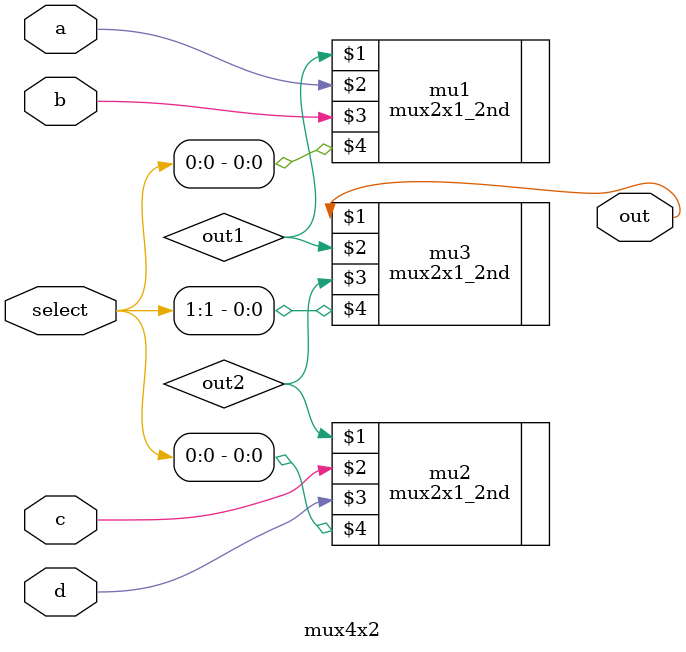
<source format=v>
`include "mux2x1_2nd.v"
module mux4x2(out, a, b, c, d, select);
    input a, b,c, d;
    input [1:0] select;
    output out;
    wire out1, out2;

    mux2x1_2nd mu1(out1,a,b,select[0]);
    mux2x1_2nd mu2(out2,c,d,select[0]);
    mux2x1_2nd mu3(out,out1,out2,select[1]);
endmodule
</source>
